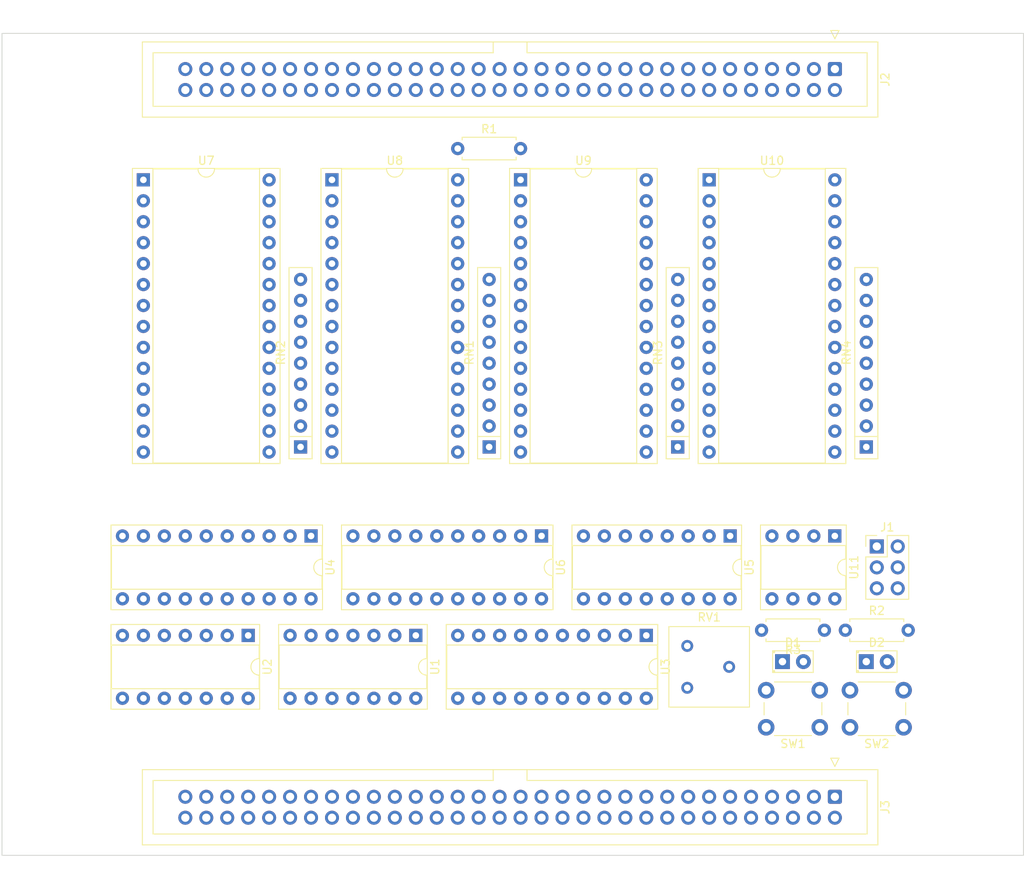
<source format=kicad_pcb>
(kicad_pcb (version 20221018) (generator pcbnew)
  (layers (0 "F.Cu" signal) (1 "In1.Cu" signal) (2 "In2.Cu" signal) (31 "B.Cu" signal) (34 "B.Paste" user) (35 "F.Paste" user) (36 "B.SilkS" user "B.Silkscreen") (37 "F.SilkS" user "F.Silkscreen") (38 "B.Mask" user) (39 "F.Mask" user) (44 "Edge.Cuts" user))
  (net 0 "")
  (net 1 "Net-(D1-K)")
  (net 2 "Net-(D1-A)")
  (net 3 "Net-(D2-K)")
  (net 4 "/CLK")
  (net 5 "+5V")
  (net 6 "Net-(J1-Pin_3)")
  (net 7 "Net-(J1-Pin_4)")
  (net 8 "Net-(J1-Pin_5)")
  (net 9 "GND")
  (net 10 "/D6")
  (net 11 "/D7")
  (net 12 "/D4")
  (net 13 "/D5")
  (net 14 "/D2")
  (net 15 "/D3")
  (net 16 "/D0")
  (net 17 "/D1")
  (net 18 "/EQUAL_FLAG")
  (net 19 "/CARRY_FLAG")
  (net 20 "/INTERRUPT_FLAG")
  (net 24 "/A_LOAD")
  (net 25 "/T_LOAD")
  (net 26 "/ALU_S2")
  (net 27 "/ALU_S3")
  (net 28 "/ALU_S0")
  (net 29 "/ALU_S1")
  (net 30 "/D_LOAD")
  (net 31 "/~{ALU_CIN}")
  (net 32 "/~{ADR_L_OUT}")
  (net 33 "/ALU_M")
  (net 34 "/~{RESET}")
  (net 35 "/~{RAM_OUT}")
  (net 36 "/~{RAM_LOAD}")
  (net 39 "/CONTROL_DISABLE")
  (net 40 "/E_LOAD")
  (net 41 "/C_LOAD")
  (net 42 "/SP_L_LOAD")
  (net 43 "/PC_L_LOAD")
  (net 44 "/~{DE_OUT}")
  (net 45 "/B_LOAD")
  (net 46 "/~{BC_OUT}")
  (net 47 "/SP_H_LOAD")
  (net 48 "/~{ADR_H_OUT}")
  (net 49 "/~{A_OUT}")
  (net 50 "/~{T_OUT}")
  (net 51 "/~{ALU_OUT}")
  (net 52 "/~{PC_OUT}")
  (net 53 "/PC_H_LOAD")
  (net 54 "/~{SP_OUT}")
  (net 55 "/A14")
  (net 56 "/A13")
  (net 57 "/A12")
  (net 58 "/A15")
  (net 59 "/A4")
  (net 60 "/A5")
  (net 61 "/A6")
  (net 62 "/A7")
  (net 63 "/A0")
  (net 64 "/A8")
  (net 65 "/A1")
  (net 66 "/A9")
  (net 67 "/A2")
  (net 68 "/A10")
  (net 69 "/A3")
  (net 70 "/A11")
  (net 78 "/COUNTER_RESET")
  (net 79 "/INTERRUPT_UPDATE")
  (net 80 "/FLAGS_A_UPDATE")
  (net 81 "/FLAGS_B_UPDATE")
  (net 82 "Net-(U11-XTAL1{slash}PB3)")
  (net 85 "Net-(U1A-Q)")
  (net 88 "Net-(U1B-Q)")
  (net 93 "Net-(U2A-Q)")
  (net 96 "Net-(U2B-Q)")
  (net 98 "Net-(U3-Q0)")
  (net 99 "Net-(U3-Q1)")
  (net 100 "Net-(U3-Q2)")
  (net 101 "Net-(U3-Q3)")
  (net 102 "/IR_LOAD")
  (net 103 "Net-(U3-Q4)")
  (net 104 "Net-(U3-Q5)")
  (net 105 "Net-(U3-Q6)")
  (net 106 "Net-(U3-Q7)")
  (net 107 "/MA12")
  (net 108 "/MA13")
  (net 109 "/MA14")
  (net 110 "/MA15")
  (net 115 "/MA1")
  (net 116 "/MA0")
  (net 117 "/MA2")
  (net 118 "/MA3")
  (net 121 "/MA4")
  (net 122 "/MA5")
  (net 123 "/MA6")
  (net 124 "/MA7")
  (net 125 "/MA8")
  (net 126 "/MA9")
  (net 127 "/MA10")
  (net 128 "/MA11")
  (footprint "Package_DIP:DIP-20_W7.62mm_Socket" (layer "F.Cu") (at 128.27 92.075 -90)
    (fp_text reference "U3" (at 3.81 -2.33 90) (layer "F.SilkS"))
    (fp_text value "74LS273")
    (pad "1" thru_hole rect (at 0 0 270) (size 1.6 1.6) (drill 0.8) (layers "*.Cu" "*.Mask") (net 34 "/~{RESET}"))
    (pad "2" thru_hole oval (at 0 2.54 270) (size 1.6 1.6) (drill 0.8) (layers "*.Cu" "*.Mask") (net 98 "Net-(U3-Q0)"))
    (pad "3" thru_hole oval (at 0 5.08 270) (size 1.6 1.6) (drill 0.8) (layers "*.Cu" "*.Mask") (net 16 "/D0"))
    (pad "4" thru_hole oval (at 0 7.62 270) (size 1.6 1.6) (drill 0.8) (layers "*.Cu" "*.Mask") (net 17 "/D1"))
    (pad "5" thru_hole oval (at 0 10.16 270) (size 1.6 1.6) (drill 0.8) (layers "*.Cu" "*.Mask") (net 99 "Net-(U3-Q1)"))
    (pad "6" thru_hole oval (at 0 12.7 270) (size 1.6 1.6) (drill 0.8) (layers "*.Cu" "*.Mask") (net 100 "Net-(U3-Q2)"))
    (pad "7" thru_hole oval (at 0 15.24 270) (size 1.6 1.6) (drill 0.8) (layers "*.Cu" "*.Mask") (net 14 "/D2"))
    (pad "8" thru_hole oval (at 0 17.78 270) (size 1.6 1.6) (drill 0.8) (layers "*.Cu" "*.Mask") (net 15 "/D3"))
    (pad "9" thru_hole oval (at 0 20.32 270) (size 1.6 1.6) (drill 0.8) (layers "*.Cu" "*.Mask") (net 101 "Net-(U3-Q3)"))
    (pad "10" thru_hole oval (at 0 22.86 270) (size 1.6 1.6) (drill 0.8) (layers "*.Cu" "*.Mask") (net 9 "GND"))
    (pad "11" thru_hole oval (at 7.62 22.86 270) (size 1.6 1.6) (drill 0.8) (layers "*.Cu" "*.Mask") (net 102 "/IR_LOAD"))
    (pad "12" thru_hole oval (at 7.62 20.32 270) (size 1.6 1.6) (drill 0.8) (layers "*.Cu" "*.Mask") (net 103 "Net-(U3-Q4)"))
    (pad "13" thru_hole oval (at 7.62 17.78 270) (size 1.6 1.6) (drill 0.8) (layers "*.Cu" "*.Mask") (net 12 "/D4"))
    (pad "14" thru_hole oval (at 7.62 15.24 270) (size 1.6 1.6) (drill 0.8) (layers "*.Cu" "*.Mask") (net 13 "/D5"))
    (pad "15" thru_hole oval (at 7.62 12.7 270) (size 1.6 1.6) (drill 0.8) (layers "*.Cu" "*.Mask") (net 104 "Net-(U3-Q5)"))
    (pad "16" thru_hole oval (at 7.62 10.16 270) (size 1.6 1.6) (drill 0.8) (layers "*.Cu" "*.Mask") (net 105 "Net-(U3-Q6)"))
    (pad "17" thru_hole oval (at 7.62 7.62 270) (size 1.6 1.6) (drill 0.8) (layers "*.Cu" "*.Mask") (net 10 "/D6"))
    (pad "18" thru_hole oval (at 7.62 5.08 270) (size 1.6 1.6) (drill 0.8) (layers "*.Cu" "*.Mask") (net 11 "/D7"))
    (pad "19" thru_hole oval (at 7.62 2.54 270) (size 1.6 1.6) (drill 0.8) (layers "*.Cu" "*.Mask") (net 106 "Net-(U3-Q7)"))
    (pad "20" thru_hole oval (at 7.62 0 270) (size 1.6 1.6) (drill 0.8) (layers "*.Cu" "*.Mask") (net 5 "+5V"))
  )
  (footprint "Package_DIP:DIP-28_W15.24mm_Socket" (layer "F.Cu") (at 135.885 36.815)
    (fp_text reference "U10" (at 7.62 -2.33) (layer "F.SilkS"))
    (fp_text value "27C512")
    (pad "1" thru_hole rect (at 0 0) (size 1.6 1.6) (drill 0.8) (layers "*.Cu" "*.Mask") (net 110 "/MA15"))
    (pad "2" thru_hole oval (at 0 2.54) (size 1.6 1.6) (drill 0.8) (layers "*.Cu" "*.Mask") (net 107 "/MA12"))
    (pad "3" thru_hole oval (at 0 5.08) (size 1.6 1.6) (drill 0.8) (layers "*.Cu" "*.Mask") (net 124 "/MA7"))
    (pad "4" thru_hole oval (at 0 7.62) (size 1.6 1.6) (drill 0.8) (layers "*.Cu" "*.Mask") (net 123 "/MA6"))
    (pad "5" thru_hole oval (at 0 10.16) (size 1.6 1.6) (drill 0.8) (layers "*.Cu" "*.Mask") (net 122 "/MA5"))
    (pad "6" thru_hole oval (at 0 12.7) (size 1.6 1.6) (drill 0.8) (layers "*.Cu" "*.Mask") (net 121 "/MA4"))
    (pad "7" thru_hole oval (at 0 15.24) (size 1.6 1.6) (drill 0.8) (layers "*.Cu" "*.Mask") (net 118 "/MA3"))
    (pad "8" thru_hole oval (at 0 17.78) (size 1.6 1.6) (drill 0.8) (layers "*.Cu" "*.Mask") (net 117 "/MA2"))
    (pad "9" thru_hole oval (at 0 20.32) (size 1.6 1.6) (drill 0.8) (layers "*.Cu" "*.Mask") (net 115 "/MA1"))
    (pad "10" thru_hole oval (at 0 22.86) (size 1.6 1.6) (drill 0.8) (layers "*.Cu" "*.Mask") (net 116 "/MA0"))
    (pad "11" thru_hole oval (at 0 25.4) (size 1.6 1.6) (drill 0.8) (layers "*.Cu" "*.Mask") (net 32 "/~{ADR_L_OUT}"))
    (pad "12" thru_hole oval (at 0 27.94) (size 1.6 1.6) (drill 0.8) (layers "*.Cu" "*.Mask") (net 48 "/~{ADR_H_OUT}"))
    (pad "13" thru_hole oval (at 0 30.48) (size 1.6 1.6) (drill 0.8) (layers "*.Cu" "*.Mask") (net 33 "/ALU_M"))
    (pad "14" thru_hole oval (at 0 33.02) (size 1.6 1.6) (drill 0.8) (layers "*.Cu" "*.Mask") (net 9 "GND"))
    (pad "15" thru_hole oval (at 15.24 33.02) (size 1.6 1.6) (drill 0.8) (layers "*.Cu" "*.Mask") (net 28 "/ALU_S0"))
    (pad "16" thru_hole oval (at 15.24 30.48) (size 1.6 1.6) (drill 0.8) (layers "*.Cu" "*.Mask") (net 29 "/ALU_S1"))
    (pad "17" thru_hole oval (at 15.24 27.94) (size 1.6 1.6) (drill 0.8) (layers "*.Cu" "*.Mask") (net 26 "/ALU_S2"))
    (pad "18" thru_hole oval (at 15.24 25.4) (size 1.6 1.6) (drill 0.8) (layers "*.Cu" "*.Mask") (net 27 "/ALU_S3"))
    (pad "19" thru_hole oval (at 15.24 22.86) (size 1.6 1.6) (drill 0.8) (layers "*.Cu" "*.Mask") (net 31 "/~{ALU_CIN}"))
    (pad "20" thru_hole oval (at 15.24 20.32) (size 1.6 1.6) (drill 0.8) (layers "*.Cu" "*.Mask") (net 39 "/CONTROL_DISABLE"))
    (pad "21" thru_hole oval (at 15.24 17.78) (size 1.6 1.6) (drill 0.8) (layers "*.Cu" "*.Mask") (net 127 "/MA10"))
    (pad "22" thru_hole oval (at 15.24 15.24) (size 1.6 1.6) (drill 0.8) (layers "*.Cu" "*.Mask") (net 9 "GND"))
    (pad "23" thru_hole oval (at 15.24 12.7) (size 1.6 1.6) (drill 0.8) (layers "*.Cu" "*.Mask") (net 128 "/MA11"))
    (pad "24" thru_hole oval (at 15.24 10.16) (size 1.6 1.6) (drill 0.8) (layers "*.Cu" "*.Mask") (net 126 "/MA9"))
    (pad "25" thru_hole oval (at 15.24 7.62) (size 1.6 1.6) (drill 0.8) (layers "*.Cu" "*.Mask") (net 125 "/MA8"))
    (pad "26" thru_hole oval (at 15.24 5.08) (size 1.6 1.6) (drill 0.8) (layers "*.Cu" "*.Mask") (net 108 "/MA13"))
    (pad "27" thru_hole oval (at 15.24 2.54) (size 1.6 1.6) (drill 0.8) (layers "*.Cu" "*.Mask") (net 109 "/MA14"))
    (pad "28" thru_hole oval (at 15.24 0) (size 1.6 1.6) (drill 0.8) (layers "*.Cu" "*.Mask") (net 5 "+5V"))
  )
  (footprint "Package_DIP:DIP-20_W7.62mm_Socket" (layer "F.Cu") (at 115.57 80.01 -90)
    (fp_text reference "U6" (at 3.81 -2.33 90) (layer "F.SilkS"))
    (fp_text value "74LS373")
    (pad "1" thru_hole rect (at 0 0 270) (size 1.6 1.6) (drill 0.8) (layers "*.Cu" "*.Mask") (net 9 "GND"))
    (pad "2" thru_hole oval (at 0 2.54 270) (size 1.6 1.6) (drill 0.8) (layers "*.Cu" "*.Mask") (net 121 "/MA4"))
    (pad "3" thru_hole oval (at 0 5.08 270) (size 1.6 1.6) (drill 0.8) (layers "*.Cu" "*.Mask") (net 98 "Net-(U3-Q0)"))
    (pad "4" thru_hole oval (at 0 7.62 270) (size 1.6 1.6) (drill 0.8) (layers "*.Cu" "*.Mask") (net 99 "Net-(U3-Q1)"))
    (pad "5" thru_hole oval (at 0 10.16 270) (size 1.6 1.6) (drill 0.8) (layers "*.Cu" "*.Mask") (net 122 "/MA5"))
    (pad "6" thru_hole oval (at 0 12.7 270) (size 1.6 1.6) (drill 0.8) (layers "*.Cu" "*.Mask") (net 123 "/MA6"))
    (pad "7" thru_hole oval (at 0 15.24 270) (size 1.6 1.6) (drill 0.8) (layers "*.Cu" "*.Mask") (net 100 "Net-(U3-Q2)"))
    (pad "8" thru_hole oval (at 0 17.78 270) (size 1.6 1.6) (drill 0.8) (layers "*.Cu" "*.Mask") (net 101 "Net-(U3-Q3)"))
    (pad "9" thru_hole oval (at 0 20.32 270) (size 1.6 1.6) (drill 0.8) (layers "*.Cu" "*.Mask") (net 124 "/MA7"))
    (pad "10" thru_hole oval (at 0 22.86 270) (size 1.6 1.6) (drill 0.8) (layers "*.Cu" "*.Mask") (net 9 "GND"))
    (pad "11" thru_hole oval (at 7.62 22.86 270) (size 1.6 1.6) (drill 0.8) (layers "*.Cu" "*.Mask") (net 4 "/CLK"))
    (pad "12" thru_hole oval (at 7.62 20.32 270) (size 1.6 1.6) (drill 0.8) (layers "*.Cu" "*.Mask") (net 125 "/MA8"))
    (pad "13" thru_hole oval (at 7.62 17.78 270) (size 1.6 1.6) (drill 0.8) (layers "*.Cu" "*.Mask") (net 103 "Net-(U3-Q4)"))
    (pad "14" thru_hole oval (at 7.62 15.24 270) (size 1.6 1.6) (drill 0.8) (layers "*.Cu" "*.Mask") (net 104 "Net-(U3-Q5)"))
    (pad "15" thru_hole oval (at 7.62 12.7 270) (size 1.6 1.6) (drill 0.8) (layers "*.Cu" "*.Mask") (net 126 "/MA9"))
    (pad "16" thru_hole oval (at 7.62 10.16 270) (size 1.6 1.6) (drill 0.8) (layers "*.Cu" "*.Mask") (net 127 "/MA10"))
    (pad "17" thru_hole oval (at 7.62 7.62 270) (size 1.6 1.6) (drill 0.8) (layers "*.Cu" "*.Mask") (net 105 "Net-(U3-Q6)"))
    (pad "18" thru_hole oval (at 7.62 5.08 270) (size 1.6 1.6) (drill 0.8) (layers "*.Cu" "*.Mask") (net 106 "Net-(U3-Q7)"))
    (pad "19" thru_hole oval (at 7.62 2.54 270) (size 1.6 1.6) (drill 0.8) (layers "*.Cu" "*.Mask") (net 128 "/MA11"))
    (pad "20" thru_hole oval (at 7.62 0 270) (size 1.6 1.6) (drill 0.8) (layers "*.Cu" "*.Mask") (net 5 "+5V"))
  )
  (footprint "Button_Switch_THT:SW_PUSH_6mm" (layer "F.Cu") (at 159.46 103.215 180)
    (fp_text reference "SW2" (at 3.25 -2) (layer "F.SilkS"))
    (fp_text value "SW_Push")
    (pad "1" thru_hole circle (at 0 0 270) (size 2 2) (drill 1.1) (layers "*.Cu" "*.Mask") (net 7 "Net-(J1-Pin_4)"))
    (pad "1" thru_hole circle (at 6.5 0 270) (size 2 2) (drill 1.1) (layers "*.Cu" "*.Mask") (net 7 "Net-(J1-Pin_4)"))
    (pad "2" thru_hole circle (at 0 4.5 270) (size 2 2) (drill 1.1) (layers "*.Cu" "*.Mask") (net 9 "GND"))
    (pad "2" thru_hole circle (at 6.5 4.5 270) (size 2 2) (drill 1.1) (layers "*.Cu" "*.Mask") (net 9 "GND"))
  )
  (footprint "Resistor_THT:R_Array_SIP9" (layer "F.Cu") (at 132.08 69.215 90)
    (fp_text reference "RN3" (at 11.43 -2.4 90) (layer "F.SilkS"))
    (fp_text value "R_Network08")
    (pad "1" thru_hole rect (at 0 0 90) (size 1.6 1.6) (drill 0.8) (layers "*.Cu" "*.Mask") (net 5 "+5V"))
    (pad "2" thru_hole oval (at 2.54 0 90) (size 1.6 1.6) (drill 0.8) (layers "*.Cu" "*.Mask") (net 35 "/~{RAM_OUT}"))
    (pad "3" thru_hole oval (at 5.08 0 90) (size 1.6 1.6) (drill 0.8) (layers "*.Cu" "*.Mask") (net 51 "/~{ALU_OUT}"))
    (pad "4" thru_hole oval (at 7.62 0 90) (size 1.6 1.6) (drill 0.8) (layers "*.Cu" "*.Mask") (net 50 "/~{T_OUT}"))
    (pad "5" thru_hole oval (at 10.16 0 90) (size 1.6 1.6) (drill 0.8) (layers "*.Cu" "*.Mask") (net 49 "/~{A_OUT}"))
    (pad "6" thru_hole oval (at 12.7 0 90) (size 1.6 1.6) (drill 0.8) (layers "*.Cu" "*.Mask") (net 44 "/~{DE_OUT}"))
    (pad "7" thru_hole oval (at 15.24 0 90) (size 1.6 1.6) (drill 0.8) (layers "*.Cu" "*.Mask") (net 46 "/~{BC_OUT}"))
    (pad "8" thru_hole oval (at 17.78 0 90) (size 1.6 1.6) (drill 0.8) (layers "*.Cu" "*.Mask") (net 54 "/~{SP_OUT}"))
    (pad "9" thru_hole oval (at 20.32 0 90) (size 1.6 1.6) (drill 0.8) (layers "*.Cu" "*.Mask") (net 52 "/~{PC_OUT}"))
  )
  (footprint "Button_Switch_THT:SW_PUSH_6mm" (layer "F.Cu") (at 149.3 103.215 180)
    (fp_text reference "SW1" (at 3.25 -2) (layer "F.SilkS"))
    (fp_text value "SW_Push")
    (pad "1" thru_hole circle (at 0 0 270) (size 2 2) (drill 1.1) (layers "*.Cu" "*.Mask") (net 6 "Net-(J1-Pin_3)"))
    (pad "1" thru_hole circle (at 6.5 0 270) (size 2 2) (drill 1.1) (layers "*.Cu" "*.Mask") (net 6 "Net-(J1-Pin_3)"))
    (pad "2" thru_hole circle (at 0 4.5 270) (size 2 2) (drill 1.1) (layers "*.Cu" "*.Mask") (net 9 "GND"))
    (pad "2" thru_hole circle (at 6.5 4.5 270) (size 2 2) (drill 1.1) (layers "*.Cu" "*.Mask") (net 9 "GND"))
  )
  (footprint "Resistor_THT:R_Array_SIP9" (layer "F.Cu") (at 109.22 69.215 90)
    (fp_text reference "RN1" (at 11.43 -2.4 90) (layer "F.SilkS"))
    (fp_text value "R_Network08")
    (pad "1" thru_hole rect (at 0 0 90) (size 1.6 1.6) (drill 0.8) (layers "*.Cu" "*.Mask") (net 9 "GND"))
    (pad "2" thru_hole oval (at 2.54 0 90) (size 1.6 1.6) (drill 0.8) (layers "*.Cu" "*.Mask") (net 24 "/A_LOAD"))
    (pad "3" thru_hole oval (at 5.08 0 90) (size 1.6 1.6) (drill 0.8) (layers "*.Cu" "*.Mask") (net 25 "/T_LOAD"))
    (pad "4" thru_hole oval (at 7.62 0 90) (size 1.6 1.6) (drill 0.8) (layers "*.Cu" "*.Mask"))
    (pad "5" thru_hole oval (at 10.16 0 90) (size 1.6 1.6) (drill 0.8) (layers "*.Cu" "*.Mask"))
    (pad "6" thru_hole oval (at 12.7 0 90) (size 1.6 1.6) (drill 0.8) (layers "*.Cu" "*.Mask") (net 78 "/COUNTER_RESET"))
    (pad "7" thru_hole oval (at 15.24 0 90) (size 1.6 1.6) (drill 0.8) (layers "*.Cu" "*.Mask") (net 79 "/INTERRUPT_UPDATE"))
    (pad "8" thru_hole oval (at 17.78 0 90) (size 1.6 1.6) (drill 0.8) (layers "*.Cu" "*.Mask") (net 80 "/FLAGS_A_UPDATE"))
    (pad "9" thru_hole oval (at 20.32 0 90) (size 1.6 1.6) (drill 0.8) (layers "*.Cu" "*.Mask") (net 81 "/FLAGS_B_UPDATE"))
  )
  (footprint "Resistor_THT:R_Array_SIP9" (layer "F.Cu") (at 86.36 69.215 90)
    (fp_text reference "RN2" (at 11.43 -2.4 90) (layer "F.SilkS"))
    (fp_text value "R_Network08")
    (pad "1" thru_hole rect (at 0 0 90) (size 1.6 1.6) (drill 0.8) (layers "*.Cu" "*.Mask") (net 9 "GND"))
    (pad "2" thru_hole oval (at 2.54 0 90) (size 1.6 1.6) (drill 0.8) (layers "*.Cu" "*.Mask") (net 53 "/PC_H_LOAD"))
    (pad "3" thru_hole oval (at 5.08 0 90) (size 1.6 1.6) (drill 0.8) (layers "*.Cu" "*.Mask") (net 43 "/PC_L_LOAD"))
    (pad "4" thru_hole oval (at 7.62 0 90) (size 1.6 1.6) (drill 0.8) (layers "*.Cu" "*.Mask") (net 47 "/SP_H_LOAD"))
    (pad "5" thru_hole oval (at 10.16 0 90) (size 1.6 1.6) (drill 0.8) (layers "*.Cu" "*.Mask") (net 42 "/SP_L_LOAD"))
    (pad "6" thru_hole oval (at 12.7 0 90) (size 1.6 1.6) (drill 0.8) (layers "*.Cu" "*.Mask") (net 45 "/B_LOAD"))
    (pad "7" thru_hole oval (at 15.24 0 90) (size 1.6 1.6) (drill 0.8) (layers "*.Cu" "*.Mask") (net 41 "/C_LOAD"))
    (pad "8" thru_hole oval (at 17.78 0 90) (size 1.6 1.6) (drill 0.8) (layers "*.Cu" "*.Mask") (net 30 "/D_LOAD"))
    (pad "9" thru_hole oval (at 20.32 0 90) (size 1.6 1.6) (drill 0.8) (layers "*.Cu" "*.Mask") (net 40 "/E_LOAD"))
  )
  (footprint "Package_DIP:DIP-28_W15.24mm_Socket" (layer "F.Cu") (at 90.165 36.815)
    (fp_text reference "U8" (at 7.62 -2.33) (layer "F.SilkS"))
    (fp_text value "27C512")
    (pad "1" thru_hole rect (at 0 0) (size 1.6 1.6) (drill 0.8) (layers "*.Cu" "*.Mask") (net 110 "/MA15"))
    (pad "2" thru_hole oval (at 0 2.54) (size 1.6 1.6) (drill 0.8) (layers "*.Cu" "*.Mask") (net 107 "/MA12"))
    (pad "3" thru_hole oval (at 0 5.08) (size 1.6 1.6) (drill 0.8) (layers "*.Cu" "*.Mask") (net 124 "/MA7"))
    (pad "4" thru_hole oval (at 0 7.62) (size 1.6 1.6) (drill 0.8) (layers "*.Cu" "*.Mask") (net 123 "/MA6"))
    (pad "5" thru_hole oval (at 0 10.16) (size 1.6 1.6) (drill 0.8) (layers "*.Cu" "*.Mask") (net 122 "/MA5"))
    (pad "6" thru_hole oval (at 0 12.7) (size 1.6 1.6) (drill 0.8) (layers "*.Cu" "*.Mask") (net 121 "/MA4"))
    (pad "7" thru_hole oval (at 0 15.24) (size 1.6 1.6) (drill 0.8) (layers "*.Cu" "*.Mask") (net 118 "/MA3"))
    (pad "8" thru_hole oval (at 0 17.78) (size 1.6 1.6) (drill 0.8) (layers "*.Cu" "*.Mask") (net 117 "/MA2"))
    (pad "9" thru_hole oval (at 0 20.32) (size 1.6 1.6) (drill 0.8) (layers "*.Cu" "*.Mask") (net 115 "/MA1"))
    (pad "10" thru_hole oval (at 0 22.86) (size 1.6 1.6) (drill 0.8) (layers "*.Cu" "*.Mask") (net 116 "/MA0"))
    (pad "11" thru_hole oval (at 0 25.4) (size 1.6 1.6) (drill 0.8) (layers "*.Cu" "*.Mask") (net 24 "/A_LOAD"))
    (pad "12" thru_hole oval (at 0 27.94) (size 1.6 1.6) (drill 0.8) (layers "*.Cu" "*.Mask") (net 25 "/T_LOAD"))
    (pad "13" thru_hole oval (at 0 30.48) (size 1.6 1.6) (drill 0.8) (layers "*.Cu" "*.Mask") (net 36 "/~{RAM_LOAD}"))
    (pad "14" thru_hole oval (at 0 33.02) (size 1.6 1.6) (drill 0.8) (layers "*.Cu" "*.Mask") (net 9 "GND"))
    (pad "15" thru_hole oval (at 15.24 33.02) (size 1.6 1.6) (drill 0.8) (layers "*.Cu" "*.Mask"))
    (pad "16" thru_hole oval (at 15.24 30.48) (size 1.6 1.6) (drill 0.8) (layers "*.Cu" "*.Mask") (net 78 "/COUNTER_RESET"))
    (pad "17" thru_hole oval (at 15.24 27.94) (size 1.6 1.6) (drill 0.8) (layers "*.Cu" "*.Mask") (net 79 "/INTERRUPT_UPDATE"))
    (pad "18" thru_hole oval (at 15.24 25.4) (size 1.6 1.6) (drill 0.8) (layers "*.Cu" "*.Mask") (net 80 "/FLAGS_A_UPDATE"))
    (pad "19" thru_hole oval (at 15.24 22.86) (size 1.6 1.6) (drill 0.8) (layers "*.Cu" "*.Mask") (net 81 "/FLAGS_B_UPDATE"))
    (pad "20" thru_hole oval (at 15.24 20.32) (size 1.6 1.6) (drill 0.8) (layers "*.Cu" "*.Mask") (net 39 "/CONTROL_DISABLE"))
    (pad "21" thru_hole oval (at 15.24 17.78) (size 1.6 1.6) (drill 0.8) (layers "*.Cu" "*.Mask") (net 127 "/MA10"))
    (pad "22" thru_hole oval (at 15.24 15.24) (size 1.6 1.6) (drill 0.8) (layers "*.Cu" "*.Mask") (net 4 "/CLK"))
    (pad "23" thru_hole oval (at 15.24 12.7) (size 1.6 1.6) (drill 0.8) (layers "*.Cu" "*.Mask") (net 128 "/MA11"))
    (pad "24" thru_hole oval (at 15.24 10.16) (size 1.6 1.6) (drill 0.8) (layers "*.Cu" "*.Mask") (net 126 "/MA9"))
    (pad "25" thru_hole oval (at 15.24 7.62) (size 1.6 1.6) (drill 0.8) (layers "*.Cu" "*.Mask") (net 125 "/MA8"))
    (pad "26" thru_hole oval (at 15.24 5.08) (size 1.6 1.6) (drill 0.8) (layers "*.Cu" "*.Mask") (net 108 "/MA13"))
    (pad "27" thru_hole oval (at 15.24 2.54) (size 1.6 1.6) (drill 0.8) (layers "*.Cu" "*.Mask") (net 109 "/MA14"))
    (pad "28" thru_hole oval (at 15.24 0) (size 1.6 1.6) (drill 0.8) (layers "*.Cu" "*.Mask") (net 5 "+5V"))
  )
  (footprint "LED_THT:LED_D2.0mm_W4.8mm_H2.5mm_FlatTop" (layer "F.Cu") (at 144.775 95.25)
    (fp_text reference "D1" (at 1.27 -2.31) (layer "F.SilkS"))
    (fp_text value "LED")
    (pad "1" thru_hole rect (at 0 0) (size 1.8 1.8) (drill 0.9) (layers "*.Cu" "*.Mask") (net 1 "Net-(D1-K)"))
    (pad "2" thru_hole circle (at 2.54 0) (size 1.8 1.8) (drill 0.9) (layers "*.Cu" "*.Mask") (net 2 "Net-(D1-A)"))
  )
  (footprint "Package_DIP:DIP-28_W15.24mm_Socket" (layer "F.Cu") (at 113.025 36.815)
    (fp_text reference "U9" (at 7.62 -2.33) (layer "F.SilkS"))
    (fp_text value "27C512")
    (pad "1" thru_hole rect (at 0 0) (size 1.6 1.6) (drill 0.8) (layers "*.Cu" "*.Mask") (net 110 "/MA15"))
    (pad "2" thru_hole oval (at 0 2.54) (size 1.6 1.6) (drill 0.8) (layers "*.Cu" "*.Mask") (net 107 "/MA12"))
    (pad "3" thru_hole oval (at 0 5.08) (size 1.6 1.6) (drill 0.8) (layers "*.Cu" "*.Mask") (net 124 "/MA7"))
    (pad "4" thru_hole oval (at 0 7.62) (size 1.6 1.6) (drill 0.8) (layers "*.Cu" "*.Mask") (net 123 "/MA6"))
    (pad "5" thru_hole oval (at 0 10.16) (size 1.6 1.6) (drill 0.8) (layers "*.Cu" "*.Mask") (net 122 "/MA5"))
    (pad "6" thru_hole oval (at 0 12.7) (size 1.6 1.6) (drill 0.8) (layers "*.Cu" "*.Mask") (net 121 "/MA4"))
    (pad "7" thru_hole oval (at 0 15.24) (size 1.6 1.6) (drill 0.8) (layers "*.Cu" "*.Mask") (net 118 "/MA3"))
    (pad "8" thru_hole oval (at 0 17.78) (size 1.6 1.6) (drill 0.8) (layers "*.Cu" "*.Mask") (net 117 "/MA2"))
    (pad "9" thru_hole oval (at 0 20.32) (size 1.6 1.6) (drill 0.8) (layers "*.Cu" "*.Mask") (net 115 "/MA1"))
    (pad "10" thru_hole oval (at 0 22.86) (size 1.6 1.6) (drill 0.8) (layers "*.Cu" "*.Mask") (net 116 "/MA0"))
    (pad "11" thru_hole oval (at 0 25.4) (size 1.6 1.6) (drill 0.8) (layers "*.Cu" "*.Mask") (net 52 "/~{PC_OUT}"))
    (pad "12" thru_hole oval (at 0 27.94) (size 1.6 1.6) (drill 0.8) (layers "*.Cu" "*.Mask") (net 54 "/~{SP_OUT}"))
    (pad "13" thru_hole oval (at 0 30.48) (size 1.6 1.6) (drill 0.8) (layers "*.Cu" "*.Mask") (net 46 "/~{BC_OUT}"))
    (pad "14" thru_hole oval (at 0 33.02) (size 1.6 1.6) (drill 0.8) (layers "*.Cu" "*.Mask") (net 9 "GND"))
    (pad "15" thru_hole oval (at 15.24 33.02) (size 1.6 1.6) (drill 0.8) (layers "*.Cu" "*.Mask") (net 44 "/~{DE_OUT}"))
    (pad "16" thru_hole oval (at 15.24 30.48) (size 1.6 1.6) (drill 0.8) (layers "*.Cu" "*.Mask") (net 49 "/~{A_OUT}"))
    (pad "17" thru_hole oval (at 15.24 27.94) (size 1.6 1.6) (drill 0.8) (layers "*.Cu" "*.Mask") (net 50 "/~{T_OUT}"))
    (pad "18" thru_hole oval (at 15.24 25.4) (size 1.6 1.6) (drill 0.8) (layers "*.Cu" "*.Mask") (net 51 "/~{ALU_OUT}"))
    (pad "19" thru_hole oval (at 15.24 22.86) (size 1.6 1.6) (drill 0.8) (layers "*.Cu" "*.Mask") (net 35 "/~{RAM_OUT}"))
    (pad "20" thru_hole oval (at 15.24 20.32) (size 1.6 1.6) (drill 0.8) (layers "*.Cu" "*.Mask") (net 39 "/CONTROL_DISABLE"))
    (pad "21" thru_hole oval (at 15.24 17.78) (size 1.6 1.6) (drill 0.8) (layers "*.Cu" "*.Mask") (net 127 "/MA10"))
    (pad "22" thru_hole oval (at 15.24 15.24) (size 1.6 1.6) (drill 0.8) (layers "*.Cu" "*.Mask") (net 9 "GND"))
    (pad "23" thru_hole oval (at 15.24 12.7) (size 1.6 1.6) (drill 0.8) (layers "*.Cu" "*.Mask") (net 128 "/MA11"))
    (pad "24" thru_hole oval (at 15.24 10.16) (size 1.6 1.6) (drill 0.8) (layers "*.Cu" "*.Mask") (net 126 "/MA9"))
    (pad "25" thru_hole oval (at 15.24 7.62) (size 1.6 1.6) (drill 0.8) (layers "*.Cu" "*.Mask") (net 125 "/MA8"))
    (pad "26" thru_hole oval (at 15.24 5.08) (size 1.6 1.6) (drill 0.8) (layers "*.Cu" "*.Mask") (net 108 "/MA13"))
    (pad "27" thru_hole oval (at 15.24 2.54) (size 1.6 1.6) (drill 0.8) (layers "*.Cu" "*.Mask") (net 109 "/MA14"))
    (pad "28" thru_hole oval (at 15.24 0) (size 1.6 1.6) (drill 0.8) (layers "*.Cu" "*.Mask") (net 5 "+5V"))
  )
  (footprint "Package_DIP:DIP-28_W15.24mm_Socket" (layer "F.Cu") (at 67.305 36.815)
    (fp_text reference "U7" (at 7.62 -2.33) (layer "F.SilkS"))
    (fp_text value "27C512")
    (pad "1" thru_hole rect (at 0 0) (size 1.6 1.6) (drill 0.8) (layers "*.Cu" "*.Mask") (net 110 "/MA15"))
    (pad "2" thru_hole oval (at 0 2.54) (size 1.6 1.6) (drill 0.8) (layers "*.Cu" "*.Mask") (net 107 "/MA12"))
    (pad "3" thru_hole oval (at 0 5.08) (size 1.6 1.6) (drill 0.8) (layers "*.Cu" "*.Mask") (net 124 "/MA7"))
    (pad "4" thru_hole oval (at 0 7.62) (size 1.6 1.6) (drill 0.8) (layers "*.Cu" "*.Mask") (net 123 "/MA6"))
    (pad "5" thru_hole oval (at 0 10.16) (size 1.6 1.6) (drill 0.8) (layers "*.Cu" "*.Mask") (net 122 "/MA5"))
    (pad "6" thru_hole oval (at 0 12.7) (size 1.6 1.6) (drill 0.8) (layers "*.Cu" "*.Mask") (net 121 "/MA4"))
    (pad "7" thru_hole oval (at 0 15.24) (size 1.6 1.6) (drill 0.8) (layers "*.Cu" "*.Mask") (net 118 "/MA3"))
    (pad "8" thru_hole oval (at 0 17.78) (size 1.6 1.6) (drill 0.8) (layers "*.Cu" "*.Mask") (net 117 "/MA2"))
    (pad "9" thru_hole oval (at 0 20.32) (size 1.6 1.6) (drill 0.8) (layers "*.Cu" "*.Mask") (net 115 "/MA1"))
    (pad "10" thru_hole oval (at 0 22.86) (size 1.6 1.6) (drill 0.8) (layers "*.Cu" "*.Mask") (net 116 "/MA0"))
    (pad "11" thru_hole oval (at 0 25.4) (size 1.6 1.6) (drill 0.8) (layers "*.Cu" "*.Mask") (net 53 "/PC_H_LOAD"))
    (pad "12" thru_hole oval (at 0 27.94) (size 1.6 1.6) (drill 0.8) (layers "*.Cu" "*.Mask") (net 43 "/PC_L_LOAD"))
    (pad "13" thru_hole oval (at 0 30.48) (size 1.6 1.6) (drill 0.8) (layers "*.Cu" "*.Mask") (net 47 "/SP_H_LOAD"))
    (pad "14" thru_hole oval (at 0 33.02) (size 1.6 1.6) (drill 0.8) (layers "*.Cu" "*.Mask") (net 9 "GND"))
    (pad "15" thru_hole oval (at 15.24 33.02) (size 1.6 1.6) (drill 0.8) (layers "*.Cu" "*.Mask") (net 42 "/SP_L_LOAD"))
    (pad "16" thru_hole oval (at 15.24 30.48) (size 1.6 1.6) (drill 0.8) (layers "*.Cu" "*.Mask") (net 45 "/B_LOAD"))
    (pad "17" thru_hole oval (at 15.24 27.94) (size 1.6 1.6) (drill 0.8) (layers "*.Cu" "*.Mask") (net 41 "/C_LOAD"))
    (pad "18" thru_hole oval (at 15.24 25.4) (size 1.6 1.6) (drill 0.8) (layers "*.Cu" "*.Mask") (net 30 "/D_LOAD"))
    (pad "19" thru_hole oval (at 15.24 22.86) (size 1.6 1.6) (drill 0.8) (layers "*.Cu" "*.Mask") (net 40 "/E_LOAD"))
    (pad "20" thru_hole oval (at 15.24 20.32) (size 1.6 1.6) (drill 0.8) (layers "*.Cu" "*.Mask") (net 39 "/CONTROL_DISABLE"))
    (pad "21" thru_hole oval (at 15.24 17.78) (size 1.6 1.6) (drill 0.8) (layers "*.Cu" "*.Mask") (net 127 "/MA10"))
    (pad "22" thru_hole oval (at 15.24 15.24) (size 1.6 1.6) (drill 0.8) (layers "*.Cu" "*.Mask") (net 4 "/CLK"))
    (pad "23" thru_hole oval (at 15.24 12.7) (size 1.6 1.6) (drill 0.8) (layers "*.Cu" "*.Mask") (net 128 "/MA11"))
    (pad "24" thru_hole oval (at 15.24 10.16) (size 1.6 1.6) (drill 0.8) (layers "*.Cu" "*.Mask") (net 126 "/MA9"))
    (pad "25" thru_hole oval (at 15.24 7.62) (size 1.6 1.6) (drill 0.8) (layers "*.Cu" "*.Mask") (net 125 "/MA8"))
    (pad "26" thru_hole oval (at 15.24 5.08) (size 1.6 1.6) (drill 0.8) (layers "*.Cu" "*.Mask") (net 108 "/MA13"))
    (pad "27" thru_hole oval (at 15.24 2.54) (size 1.6 1.6) (drill 0.8) (layers "*.Cu" "*.Mask") (net 109 "/MA14"))
    (pad "28" thru_hole oval (at 15.24 0) (size 1.6 1.6) (drill 0.8) (layers "*.Cu" "*.Mask") (net 5 "+5V"))
  )
  (footprint "LED_THT:LED_D2.0mm_W4.8mm_H2.5mm_FlatTop" (layer "F.Cu") (at 154.935 95.25)
    (fp_text reference "D2" (at 1.27 -2.31) (layer "F.SilkS"))
    (fp_text value "LED")
    (pad "1" thru_hole rect (at 0 0) (size 1.8 1.8) (drill 0.9) (layers "*.Cu" "*.Mask") (net 3 "Net-(D2-K)"))
    (pad "2" thru_hole circle (at 2.54 0) (size 1.8 1.8) (drill 0.9) (layers "*.Cu" "*.Mask") (net 4 "/CLK"))
  )
  (footprint "Resistor_THT:R_Axial_DIN0207_L6.3mm_D2.5mm_P7.62mm_Horizontal" (layer "F.Cu") (at 152.4 91.44)
    (fp_text reference "R2" (at 3.81 -2.37) (layer "F.SilkS"))
    (fp_text value "330R")
    (pad "1" thru_hole circle (at 0 0) (size 1.6 1.6) (drill 0.8) (layers "*.Cu" "*.Mask") (net 1 "Net-(D1-K)"))
    (pad "2" thru_hole oval (at 7.62 0) (size 1.6 1.6) (drill 0.8) (layers "*.Cu" "*.Mask") (net 9 "GND"))
  )
  (footprint "Resistor_THT:R_Array_SIP9" (layer "F.Cu") (at 154.94 69.215 90)
    (fp_text reference "RN4" (at 11.43 -2.4 90) (layer "F.SilkS"))
    (fp_text value "R_Network08")
    (pad "1" thru_hole rect (at 0 0 90) (size 1.6 1.6) (drill 0.8) (layers "*.Cu" "*.Mask") (net 5 "+5V"))
    (pad "2" thru_hole oval (at 2.54 0 90) (size 1.6 1.6) (drill 0.8) (layers "*.Cu" "*.Mask") (net 31 "/~{ALU_CIN}"))
    (pad "3" thru_hole oval (at 5.08 0 90) (size 1.6 1.6) (drill 0.8) (layers "*.Cu" "*.Mask") (net 27 "/ALU_S3"))
    (pad "4" thru_hole oval (at 7.62 0 90) (size 1.6 1.6) (drill 0.8) (layers "*.Cu" "*.Mask") (net 26 "/ALU_S2"))
    (pad "5" thru_hole oval (at 10.16 0 90) (size 1.6 1.6) (drill 0.8) (layers "*.Cu" "*.Mask") (net 29 "/ALU_S1"))
    (pad "6" thru_hole oval (at 12.7 0 90) (size 1.6 1.6) (drill 0.8) (layers "*.Cu" "*.Mask") (net 28 "/ALU_S0"))
    (pad "7" thru_hole oval (at 15.24 0 90) (size 1.6 1.6) (drill 0.8) (layers "*.Cu" "*.Mask") (net 33 "/ALU_M"))
    (pad "8" thru_hole oval (at 17.78 0 90) (size 1.6 1.6) (drill 0.8) (layers "*.Cu" "*.Mask") (net 48 "/~{ADR_H_OUT}"))
    (pad "9" thru_hole oval (at 20.32 0 90) (size 1.6 1.6) (drill 0.8) (layers "*.Cu" "*.Mask") (net 32 "/~{ADR_L_OUT}"))
  )
  (footprint "Package_DIP:DIP-14_W7.62mm_Socket" (layer "F.Cu") (at 100.33 92.075 -90)
    (fp_text reference "U1" (at 3.81 -2.33 90) (layer "F.SilkS"))
    (fp_text value "74LS74")
    (pad "1" thru_hole rect (at 0 0 270) (size 1.6 1.6) (drill 0.8) (layers "*.Cu" "*.Mask"))
    (pad "2" thru_hole oval (at 0 2.54 270) (size 1.6 1.6) (drill 0.8) (layers "*.Cu" "*.Mask") (net 19 "/CARRY_FLAG"))
    (pad "3" thru_hole oval (at 0 5.08 270) (size 1.6 1.6) (drill 0.8) (layers "*.Cu" "*.Mask") (net 80 "/FLAGS_A_UPDATE"))
    (pad "4" thru_hole oval (at 0 7.62 270) (size 1.6 1.6) (drill 0.8) (layers "*.Cu" "*.Mask"))
    (pad "5" thru_hole oval (at 0 10.16 270) (size 1.6 1.6) (drill 0.8) (layers "*.Cu" "*.Mask") (net 85 "Net-(U1A-Q)"))
    (pad "6" thru_hole oval (at 0 12.7 270) (size 1.6 1.6) (drill 0.8) (layers "*.Cu" "*.Mask"))
    (pad "7" thru_hole oval (at 0 15.24 270) (size 1.6 1.6) (drill 0.8) (layers "*.Cu" "*.Mask") (net 9 "GND"))
    (pad "8" thru_hole oval (at 7.62 15.24 270) (size 1.6 1.6) (drill 0.8) (layers "*.Cu" "*.Mask"))
    (pad "9" thru_hole oval (at 7.62 12.7 270) (size 1.6 1.6) (drill 0.8) (layers "*.Cu" "*.Mask") (net 88 "Net-(U1B-Q)"))
    (pad "10" thru_hole oval (at 7.62 10.16 270) (size 1.6 1.6) (drill 0.8) (layers "*.Cu" "*.Mask"))
    (pad "11" thru_hole oval (at 7.62 7.62 270) (size 1.6 1.6) (drill 0.8) (layers "*.Cu" "*.Mask") (net 80 "/FLAGS_A_UPDATE"))
    (pad "12" thru_hole oval (at 7.62 5.08 270) (size 1.6 1.6) (drill 0.8) (layers "*.Cu" "*.Mask") (net 18 "/EQUAL_FLAG"))
    (pad "13" thru_hole oval (at 7.62 2.54 270) (size 1.6 1.6) (drill 0.8) (layers "*.Cu" "*.Mask"))
    (pad "14" thru_hole oval (at 7.62 0 270) (size 1.6 1.6) (drill 0.8) (layers "*.Cu" "*.Mask") (net 5 "+5V"))
  )
  (footprint "Connector_IDC:IDC-Header_2x32_P2.54mm_Vertical" (layer "F.Cu") (at 151.13 111.6425 -90)
    (fp_text reference "J3" (at 1.27 -6.1 90) (layer "F.SilkS"))
    (fp_text value "Conn_02x32_Odd_Even")
    (pad "1" thru_hole roundrect (at 0 0 270) (size 1.7 1.7) (drill 1) (layers "*.Cu" "*.Mask") (roundrect_rratio 0.147059) (net 9 "GND"))
    (pad "2" thru_hole circle (at 2.54 0 270) (size 1.7 1.7) (drill 1) (layers "*.Cu" "*.Mask") (net 5 "+5V"))
    (pad "3" thru_hole circle (at 0 2.54 270) (size 1.7 1.7) (drill 1) (layers "*.Cu" "*.Mask") (net 10 "/D6"))
    (pad "4" thru_hole circle (at 2.54 2.54 270) (size 1.7 1.7) (drill 1) (layers "*.Cu" "*.Mask") (net 11 "/D7"))
    (pad "5" thru_hole circle (at 0 5.08 270) (size 1.7 1.7) (drill 1) (layers "*.Cu" "*.Mask") (net 12 "/D4"))
    (pad "6" thru_hole circle (at 2.54 5.08 270) (size 1.7 1.7) (drill 1) (layers "*.Cu" "*.Mask") (net 13 "/D5"))
    (pad "7" thru_hole circle (at 0 7.62 270) (size 1.7 1.7) (drill 1) (layers "*.Cu" "*.Mask") (net 14 "/D2"))
    (pad "8" thru_hole circle (at 2.54 7.62 270) (size 1.7 1.7) (drill 1) (layers "*.Cu" "*.Mask") (net 15 "/D3"))
    (pad "9" thru_hole circle (at 0 10.16 270) (size 1.7 1.7) (drill 1) (layers "*.Cu" "*.Mask") (net 16 "/D0"))
    (pad "10" thru_hole circle (at 2.54 10.16 270) (size 1.7 1.7) (drill 1) (layers "*.Cu" "*.Mask") (net 17 "/D1"))
    (pad "11" thru_hole circle (at 0 12.7 270) (size 1.7 1.7) (drill 1) (layers "*.Cu" "*.Mask") (net 18 "/EQUAL_FLAG"))
    (pad "12" thru_hole circle (at 2.54 12.7 270) (size 1.7 1.7) (drill 1) (layers "*.Cu" "*.Mask") (net 19 "/CARRY_FLAG"))
    (pad "13" thru_hole circle (at 0 15.24 270) (size 1.7 1.7) (drill 1) (layers "*.Cu" "*.Mask") (net 20 "/INTERRUPT_FLAG"))
    (pad "14" thru_hole circle (at 2.54 15.24 270) (size 1.7 1.7) (drill 1) (layers "*.Cu" "*.Mask"))
    (pad "15" thru_hole circle (at 0 17.78 270) (size 1.7 1.7) (drill 1) (layers "*.Cu" "*.Mask"))
    (pad "16" thru_hole circle (at 2.54 17.78 270) (size 1.7 1.7) (drill 1) (layers "*.Cu" "*.Mask"))
    (pad "17" thru_hole circle (at 0 20.32 270) (size 1.7 1.7) (drill 1) (layers "*.Cu" "*.Mask") (net 24 "/A_LOAD"))
    (pad "18" thru_hole circle (at 2.54 20.32 270) (size 1.7 1.7) (drill 1) (layers "*.Cu" "*.Mask") (net 25 "/T_LOAD"))
    (pad "19" thru_hole circle (at 0 22.86 270) (size 1.7 1.7) (drill 1) (layers "*.Cu" "*.Mask") (net 26 "/ALU_S2"))
    (pad "20" thru_hole circle (at 2.54 22.86 270) (size 1.7 1.7) (drill 1) (layers "*.Cu" "*.Mask") (net 27 "/ALU_S3"))
    (pad "21" thru_hole circle (at 0 25.4 270) (size 1.7 1.7) (drill 1) (layers "*.Cu" "*.Mask") (net 28 "/ALU_S0"))
    (pad "22" thru_hole circle (at 2.54 25.4 270) (size 1.7 1.7) (drill 1) (layers "*.Cu" "*.Mask") (net 29 "/ALU_S1"))
    (pad "23" thru_hole circle (at 0 27.94 270) (size 1.7 1.7) (drill 1) (layers "*.Cu" "*.Mask") (net 30 "/D_LOAD"))
    (pad "24" thru_hole circle (at 2.54 27.94 270) (size 1.7 1.7) (drill 1) (layers "*.Cu" "*.Mask") (net 31 "/~{ALU_CIN}"))
    (pad "25" thru_hole circle (at 0 30.48 270) (size 1.7 1.7) (drill 1) (layers "*.Cu" "*.Mask") (net 32 "/~{ADR_L_OUT}"))
    (pad "26" thru_hole circle (at 2.54 30.48 270) (size 1.7 1.7) (drill 1) (layers "*.Cu" "*.Mask") (net 33 "/ALU_M"))
    (pad "27" thru_hole circle (at 0 33.02 270) (size 1.7 1.7) (drill 1) (layers "*.Cu" "*.Mask") (net 4 "/CLK"))
    (pad "28" thru_hole circle (at 2.54 33.02 270) (size 1.7 1.7) (drill 1) (layers "*.Cu" "*.Mask") (net 34 "/~{RESET}"))
    (pad "29" thru_hole circle (at 0 35.56 270) (size 1.7 1.7) (drill 1) (layers "*.Cu" "*.Mask") (net 35 "/~{RAM_OUT}"))
    (pad "30" thru_hole circle (at 2.54 35.56 270) (size 1.7 1.7) (drill 1) (layers "*.Cu" "*.Mask") (net 36 "/~{RAM_LOAD}"))
    (pad "31" thru_hole circle (at 0 38.1 270) (size 1.7 1.7) (drill 1) (layers "*.Cu" "*.Mask"))
    (pad "32" thru_hole circle (at 2.54 38.1 270) (size 1.7 1.7) (drill 1) (layers "*.Cu" "*.Mask"))
    (pad "33" thru_hole circle (at 0 40.64 270) (size 1.7 1.7) (drill 1) (layers "*.Cu" "*.Mask") (net 39 "/CONTROL_DISABLE"))
    (pad "34" thru_hole circle (at 2.54 40.64 270) (size 1.7 1.7) (drill 1) (layers "*.Cu" "*.Mask") (net 40 "/E_LOAD"))
    (pad "35" thru_hole circle (at 0 43.18 270) (size 1.7 1.7) (drill 1) (layers "*.Cu" "*.Mask") (net 41 "/C_LOAD"))
    (pad "36" thru_hole circle (at 2.54 43.18 270) (size 1.7 1.7) (drill 1) (layers "*.Cu" "*.Mask") (net 42 "/SP_L_LOAD"))
    (pad "37" thru_hole circle (at 0 45.72 270) (size 1.7 1.7) (drill 1) (layers "*.Cu" "*.Mask") (net 43 "/PC_L_LOAD"))
    (pad "38" thru_hole circle (at 2.54 45.72 270) (size 1.7 1.7) (drill 1) (layers "*.Cu" "*.Mask") (net 44 "/~{DE_OUT}"))
    (pad "39" thru_hole circle (at 0 48.26 270) (size 1.7 1.7) (drill 1) (layers "*.Cu" "*.Mask") (net 45 "/B_LOAD"))
    (pad "40" thru_hole circle (at 2.54 48.26 270) (size 1.7 1.7) (drill 1) (layers "*.Cu" "*.Mask") (net 46 "/~{BC_OUT}"))
    (pad "41" thru_hole circle (at 0 50.8 270) (size 1.7 1.7) (drill 1) (layers "*.Cu" "*.Mask") (net 47 "/SP_H_LOAD"))
    (pad "42" thru_hole circle (at 2.54 50.8 270) (size 1.7 1.7) (drill 1) (layers "*.Cu" "*.Mask") (net 48 "/~{ADR_H_OUT}"))
    (pad "43" thru_hole circle (at 0 53.34 270) (size 1.7 1.7) (drill 1) (layers "*.Cu" "*.Mask") (net 49 "/~{A_OUT}"))
    (pad "44" thru_hole circle (at 2.54 53.34 270) (size 1.7 1.7) (drill 1) (layers "*.Cu" "*.Mask") (net 50 "/~{T_OUT}"))
    (pad "45" thru_hole circle (at 0 55.88 270) (size 1.7 1.7) (drill 1) (layers "*.Cu" "*.Mask") (net 51 "/~{ALU_OUT}"))
    (pad "46" thru_hole circle (at 2.54 55.88 270) (size 1.7 1.7) (drill 1) (layers "*.Cu" "*.Mask") (net 52 "/~{PC_OUT}"))
    (pad "47" thru_hole circle (at 0 58.42 270) (size 1.7 1.7) (drill 1) (layers "*.Cu" "*.Mask") (net 53 "/PC_H_LOAD"))
    (pad "48" thru_hole circle (at 2.54 58.42 270) (size 1.7 1.7) (drill 1) (layers "*.Cu" "*.Mask") (net 54 "/~{SP_OUT}"))
    (pad "49" thru_hole circle (at 0 60.96 270) (size 1.7 1.7) (drill 1) (layers "*.Cu" "*.Mask") (net 55 "/A14"))
    (pad "50" thru_hole circle (at 2.54 60.96 270) (size 1.7 1.7) (drill 1) (layers "*.Cu" "*.Mask") (net 56 "/A13"))
    (pad "51" thru_hole circle (at 0 63.5 270) (size 1.7 1.7) (drill 1) (layers "*.Cu" "*.Mask") (net 57 "/A12"))
    (pad "52" thru_hole circle (at 2.54 63.5 270) (size 1.7 1.7) (drill 1) (layers "*.Cu" "*.Mask") (net 58 "/A15"))
    (pad "53" thru_hole circle (at 0 66.04 270) (size 1.7 1.7) (drill 1) (layers "*.Cu" "*.Mask") (net 59 "/A4"))
    (pad "54" thru_hole circle (at 2.54 66.04 270) (size 1.7 1.7) (drill 1) (layers "*.Cu" "*.Mask") (net 60 "/A5"))
    (pad "55" thru_hole circle (at 0 68.58 270) (size 1.7 1.7) (drill 1) (layers "*.Cu" "*.Mask") (net 61 "/A6"))
    (pad "56" thru_hole circle (at 2.54 68.58 270) (size 1.7 1.7) (drill 1) (layers "*.Cu" "*.Mask") (net 62 "/A7"))
    (pad "57" thru_hole circle (at 0 71.12 270) (size 1.7 1.7) (drill 1) (layers "*.Cu" "*.Mask") (net 63 "/A0"))
    (pad "58" thru_hole circle (at 2.54 71.12 270) (size 1.7 1.7) (drill 1) (layers "*.Cu" "*.Mask") (net 64 "/A8"))
    (pad "59" thru_hole circle (at 0 73.66 270) (size 1.7 1.7) (drill 1) (layers "*.Cu" "*.Mask") (net 65 "/A1"))
    (pad "60" thru_hole circle (at 2.54 73.66 270) (size 1.7 1.7) (drill 1) (layers "*.Cu" "*.Mask") (net 66 "/A9"))
    (pad "61" thru_hole circle (at 0 76.2 270) (size 1.7 1.7) (drill 1) (layers "*.Cu" "*.Mask") (net 67 "/A2"))
    (pad "62" thru_hole circle (at 2.54 76.2 270) (size 1.7 1.7) (drill 1) (layers "*.Cu" "*.Mask") (net 68 "/A10"))
    (pad "63" thru_hole circle (at 0 78.74 270) (size 1.7 1.7) (drill 1) (layers "*.Cu" "*.Mask") (net 69 "/A3"))
    (pad "64" thru_hole circle (at 2.54 78.74 270) (size 1.7 1.7) (drill 1) (layers "*.Cu" "*.Mask") (net 70 "/A11"))
  )
  (footprint "Package_DIP:DIP-16_W7.62mm_Socket" (layer "F.Cu") (at 138.43 80.01 -90)
    (fp_text reference "U5" (at 3.81 -2.33 90) (layer "F.SilkS"))
    (fp_text value "74LS192")
    (pad "1" thru_hole rect (at 0 0 270) (size 1.6 1.6) (drill 0.8) (layers "*.Cu" "*.Mask") (net 9 "GND"))
    (pad "2" thru_hole oval (at 0 2.54 270) (size 1.6 1.6) (drill 0.8) (layers "*.Cu" "*.Mask") (net 115 "/MA1"))
    (pad "3" thru_hole oval (at 0 5.08 270) (size 1.6 1.6) (drill 0.8) (layers "*.Cu" "*.Mask") (net 116 "/MA0"))
    (pad "4" thru_hole oval (at 0 7.62 270) (size 1.6 1.6) (drill 0.8) (layers "*.Cu" "*.Mask") (net 9 "GND"))
    (pad "5" thru_hole oval (at 0 10.16 270) (size 1.6 1.6) (drill 0.8) (layers "*.Cu" "*.Mask") (net 4 "/CLK"))
    (pad "6" thru_hole oval (at 0 12.7 270) (size 1.6 1.6) (drill 0.8) (layers "*.Cu" "*.Mask") (net 117 "/MA2"))
    (pad "7" thru_hole oval (at 0 15.24 270) (size 1.6 1.6) (drill 0.8) (layers "*.Cu" "*.Mask") (net 118 "/MA3"))
    (pad "8" thru_hole oval (at 0 17.78 270) (size 1.6 1.6) (drill 0.8) (layers "*.Cu" "*.Mask") (net 9 "GND"))
    (pad "9" thru_hole oval (at 7.62 17.78 270) (size 1.6 1.6) (drill 0.8) (layers "*.Cu" "*.Mask") (net 9 "GND"))
    (pad "10" thru_hole oval (at 7.62 15.24 270) (size 1.6 1.6) (drill 0.8) (layers "*.Cu" "*.Mask") (net 9 "GND"))
    (pad "11" thru_hole oval (at 7.62 12.7 270) (size 1.6 1.6) (drill 0.8) (layers "*.Cu" "*.Mask") (net 34 "/~{RESET}"))
    (pad "12" thru_hole oval (at 7.62 10.16 270) (size 1.6 1.6) (drill 0.8) (layers "*.Cu" "*.Mask"))
    (pad "13" thru_hole oval (at 7.62 7.62 270) (size 1.6 1.6) (drill 0.8) (layers "*.Cu" "*.Mask"))
    (pad "14" thru_hole oval (at 7.62 5.08 270) (size 1.6 1.6) (drill 0.8) (layers "*.Cu" "*.Mask") (net 78 "/COUNTER_RESET"))
    (pad "15" thru_hole oval (at 7.62 2.54 270) (size 1.6 1.6) (drill 0.8) (layers "*.Cu" "*.Mask") (net 9 "GND"))
    (pad "16" thru_hole oval (at 7.62 0 270) (size 1.6 1.6) (drill 0.8) (layers "*.Cu" "*.Mask") (net 5 "+5V"))
  )
  (footprint "Package_DIP:DIP-20_W7.62mm_Socket" (layer "F.Cu") (at 87.63 80.01 -90)
    (fp_text reference "U4" (at 3.81 -2.33 90) (layer "F.SilkS"))
    (fp_text value "74LS373")
    (pad "1" thru_hole rect (at 0 0 270) (size 1.6 1.6) (drill 0.8) (layers "*.Cu" "*.Mask") (net 9 "GND"))
    (pad "2" thru_hole oval (at 0 2.54 270) (size 1.6 1.6) (drill 0.8) (layers "*.Cu" "*.Mask") (net 107 "/MA12"))
    (pad "3" thru_hole oval (at 0 5.08 270) (size 1.6 1.6) (drill 0.8) (layers "*.Cu" "*.Mask") (net 85 "Net-(U1A-Q)"))
    (pad "4" thru_hole oval (at 0 7.62 270) (size 1.6 1.6) (drill 0.8) (layers "*.Cu" "*.Mask") (net 88 "Net-(U1B-Q)"))
    (pad "5" thru_hole oval (at 0 10.16 270) (size 1.6 1.6) (drill 0.8) (layers "*.Cu" "*.Mask") (net 108 "/MA13"))
    (pad "6" thru_hole oval (at 0 12.7 270) (size 1.6 1.6) (drill 0.8) (layers "*.Cu" "*.Mask") (net 109 "/MA14"))
    (pad "7" thru_hole oval (at 0 15.24 270) (size 1.6 1.6) (drill 0.8) (layers "*.Cu" "*.Mask") (net 93 "Net-(U2A-Q)"))
    (pad "8" thru_hole oval (at 0 17.78 270) (size 1.6 1.6) (drill 0.8) (layers "*.Cu" "*.Mask") (net 96 "Net-(U2B-Q)"))
    (pad "9" thru_hole oval (at 0 20.32 270) (size 1.6 1.6) (drill 0.8) (layers "*.Cu" "*.Mask") (net 110 "/MA15"))
    (pad "10" thru_hole oval (at 0 22.86 270) (size 1.6 1.6) (drill 0.8) (layers "*.Cu" "*.Mask") (net 9 "GND"))
    (pad "11" thru_hole oval (at 7.62 22.86 270) (size 1.6 1.6) (drill 0.8) (layers "*.Cu" "*.Mask") (net 4 "/CLK"))
    (pad "12" thru_hole oval (at 7.62 20.32 270) (size 1.6 1.6) (drill 0.8) (layers "*.Cu" "*.Mask"))
    (pad "13" thru_hole oval (at 7.62 17.78 270) (size 1.6 1.6) (drill 0.8) (layers "*.Cu" "*.Mask") (net 9 "GND"))
    (pad "14" thru_hole oval (at 7.62 15.24 270) (size 1.6 1.6) (drill 0.8) (layers "*.Cu" "*.Mask") (net 9 "GND"))
    (pad "15" thru_hole oval (at 7.62 12.7 270) (size 1.6 1.6) (drill 0.8) (layers "*.Cu" "*.Mask"))
    (pad "16" thru_hole oval (at 7.62 10.16 270) (size 1.6 1.6) (drill 0.8) (layers "*.Cu" "*.Mask"))
    (pad "17" thru_hole oval (at 7.62 7.62 270) (size 1.6 1.6) (drill 0.8) (layers "*.Cu" "*.Mask") (net 9 "GND"))
    (pad "18" thru_hole oval (at 7.62 5.08 270) (size 1.6 1.6) (drill 0.8) (layers "*.Cu" "*.Mask") (net 9 "GND"))
    (pad "19" thru_hole oval (at 7.62 2.54 270) (size 1.6 1.6) (drill 0.8) (layers "*.Cu" "*.Mask"))
    (pad "20" thru_hole oval (at 7.62 0 270) (size 1.6 1.6) (drill 0.8) (layers "*.Cu" "*.Mask") (net 5 "+5V"))
  )
  (footprint "Package_DIP:DIP-8_W7.62mm_Socket" (layer "F.Cu") (at 151.12 80.01 -90)
    (fp_text reference "U11" (at 3.81 -2.33 90) (layer "F.SilkS"))
    (fp_text value "ATtiny85-20P")
    (pad "1" thru_hole rect (at 0 0 270) (size 1.6 1.6) (drill 0.8) (layers "*.Cu" "*.Mask") (net 8 "Net-(J1-Pin_5)"))
    (pad "2" thru_hole oval (at 0 2.54 270) (size 1.6 1.6) (drill 0.8) (layers "*.Cu" "*.Mask") (net 82 "Net-(U11-XTAL1{slash}PB3)"))
    (pad "3" thru_hole oval (at 0 5.08 270) (size 1.6 1.6) (drill 0.8) (layers "*.Cu" "*.Mask") (net 4 "/CLK"))
    (pad "4" thru_hole oval (at 0 7.62 270) (size 1.6 1.6) (drill 0.8) (layers "*.Cu" "*.Mask") (net 9 "GND"))
    (pad "5" thru_hole oval (at 7.62 7.62 270) (size 1.6 1.6) (drill 0.8) (layers "*.Cu" "*.Mask") (net 7 "Net-(J1-Pin_4)"))
    (pad "6" thru_hole oval (at 7.62 5.08 270) (size 1.6 1.6) (drill 0.8) (layers "*.Cu" "*.Mask") (net 2 "Net-(D1-A)"))
    (pad "7" thru_hole oval (at 7.62 2.54 270) (size 1.6 1.6) (drill 0.8) (layers "*.Cu" "*.Mask") (net 6 "Net-(J1-Pin_3)"))
    (pad "8" thru_hole oval (at 7.62 0 270) (size 1.6 1.6) (drill 0.8) (layers "*.Cu" "*.Mask") (net 5 "+5V"))
  )
  (footprint "Connector_PinHeader_2.54mm:PinHeader_2x03_P2.54mm_Vertical" (layer "F.Cu") (at 156.21 81.28)
    (fp_text reference "J1" (at 1.27 -2.33) (layer "F.SilkS"))
    (fp_text value "ICSP")
    (pad "1" thru_hole rect (at 0 0) (size 1.7 1.7) (drill 1) (layers "*.Cu" "*.Mask") (net 2 "Net-(D1-A)"))
    (pad "2" thru_hole oval (at 2.54 0) (size 1.7 1.7) (drill 1) (layers "*.Cu" "*.Mask") (net 5 "+5V"))
    (pad "3" thru_hole oval (at 0 2.54) (size 1.7 1.7) (drill 1) (layers "*.Cu" "*.Mask") (net 6 "Net-(J1-Pin_3)"))
    (pad "4" thru_hole oval (at 2.54 2.54) (size 1.7 1.7) (drill 1) (layers "*.Cu" "*.Mask") (net 7 "Net-(J1-Pin_4)"))
    (pad "5" thru_hole oval (at 0 5.08) (size 1.7 1.7) (drill 1) (layers "*.Cu" "*.Mask") (net 8 "Net-(J1-Pin_5)"))
    (pad "6" thru_hole oval (at 2.54 5.08) (size 1.7 1.7) (drill 1) (layers "*.Cu" "*.Mask") (net 9 "GND"))
  )
  (footprint "Package_DIP:DIP-14_W7.62mm_Socket" (layer "F.Cu") (at 80.01 92.075 -90)
    (fp_text reference "U2" (at 3.81 -2.33 90) (layer "F.SilkS"))
    (fp_text value "74LS74")
    (pad "1" thru_hole rect (at 0 0 270) (size 1.6 1.6) (drill 0.8) (layers "*.Cu" "*.Mask"))
    (pad "2" thru_hole oval (at 0 2.54 270) (size 1.6 1.6) (drill 0.8) (layers "*.Cu" "*.Mask") (net 19 "/CARRY_FLAG"))
    (pad "3" thru_hole oval (at 0 5.08 270) (size 1.6 1.6) (drill 0.8) (layers "*.Cu" "*.Mask") (net 81 "/FLAGS_B_UPDATE"))
    (pad "4" thru_hole oval (at 0 7.62 270) (size 1.6 1.6) (drill 0.8) (layers "*.Cu" "*.Mask"))
    (pad "5" thru_hole oval (at 0 10.16 270) (size 1.6 1.6) (drill 0.8) (layers "*.Cu" "*.Mask") (net 93 "Net-(U2A-Q)"))
    (pad "6" thru_hole oval (at 0 12.7 270) (size 1.6 1.6) (drill 0.8) (layers "*.Cu" "*.Mask"))
    (pad "7" thru_hole oval (at 0 15.24 270) (size 1.6 1.6) (drill 0.8) (layers "*.Cu" "*.Mask") (net 9 "GND"))
    (pad "8" thru_hole oval (at 7.62 15.24 270) (size 1.6 1.6) (drill 0.8) (layers "*.Cu" "*.Mask"))
    (pad "9" thru_hole oval (at 7.62 12.7 270) (size 1.6 1.6) (drill 0.8) (layers "*.Cu" "*.Mask") (net 96 "Net-(U2B-Q)"))
    (pad "10" thru_hole oval (at 7.62 10.16 270) (size 1.6 1.6) (drill 0.8) (layers "*.Cu" "*.Mask"))
    (pad "11" thru_hole oval (at 7.62 7.62 270) (size 1.6 1.6) (drill 0.8) (layers "*.Cu" "*.Mask") (net 79 "/INTERRUPT_UPDATE"))
    (pad "12" thru_hole oval (at 7.62 5.08 270) (size 1.6 1.6) (drill 0.8) (layers "*.Cu" "*.Mask") (net 20 "/INTERRUPT_FLAG"))
    (pad "13" thru_hole oval (at 7.62 2.54 270) (size 1.6 1.6) (drill 0.8) (layers "*.Cu" "*.Mask") (net 34 "/~{RESET}"))
    (pad "14" thru_hole oval (at 7.62 0 270) (size 1.6 1.6) (drill 0.8) (layers "*.Cu" "*.Mask") (net 5 "+5V"))
  )
  (footprint "Resistor_THT:R_Axial_DIN0207_L6.3mm_D2.5mm_P7.62mm_Horizontal" (layer "F.Cu") (at 105.41 33.02)
    (fp_text reference "R1" (at 3.81 -2.37) (layer "F.SilkS"))
    (fp_text value "1K")
    (pad "1" thru_hole circle (at 0 0) (size 1.6 1.6) (drill 0.8) (layers "*.Cu" "*.Mask") (net 5 "+5V"))
    (pad "2" thru_hole oval (at 7.62 0) (size 1.6 1.6) (drill 0.8) (layers "*.Cu" "*.Mask") (net 36 "/~{RAM_LOAD}"))
  )
  (footprint "Potentiometer_THT:Potentiometer_Bourns_3386F_Vertical" (layer "F.Cu") (at 133.235 98.425)
    (fp_text reference "RV1" (at 2.655 -8.555) (layer "F.SilkS"))
    (fp_text value "R_Potentiometer")
    (pad "1" thru_hole circle (at 0 0) (size 1.44 1.44) (drill 0.8) (layers "*.Cu" "*.Mask") (net 9 "GND"))
    (pad "2" thru_hole circle (at 5.08 -2.54) (size 1.44 1.44) (drill 0.8) (layers "*.Cu" "*.Mask") (net 82 "Net-(U11-XTAL1{slash}PB3)"))
    (pad "3" thru_hole circle (at 0 -5.08) (size 1.44 1.44) (drill 0.8) (layers "*.Cu" "*.Mask") (net 5 "+5V"))
  )
  (footprint "Resistor_THT:R_Axial_DIN0207_L6.3mm_D2.5mm_P7.62mm_Horizontal" (layer "F.Cu") (at 149.86 91.44 180)
    (fp_text reference "R3" (at 3.81 -2.37) (layer "F.SilkS"))
    (fp_text value "330R")
    (pad "1" thru_hole circle (at 0 0 180) (size 1.6 1.6) (drill 0.8) (layers "*.Cu" "*.Mask") (net 3 "Net-(D2-K)"))
    (pad "2" thru_hole oval (at 7.62 0 180) (size 1.6 1.6) (drill 0.8) (layers "*.Cu" "*.Mask") (net 9 "GND"))
  )
  (footprint "Connector_IDC:IDC-Header_2x32_P2.54mm_Vertical" (layer "F.Cu") (at 151.13 23.3775 -90)
    (fp_text reference "J2" (at 1.27 -6.1 90) (layer "F.SilkS"))
    (fp_text value "Conn_02x32_Odd_Even")
    (pad "1" thru_hole roundrect (at 0 0 270) (size 1.7 1.7) (drill 1) (layers "*.Cu" "*.Mask") (roundrect_rratio 0.147059) (net 9 "GND"))
    (pad "2" thru_hole circle (at 2.54 0 270) (size 1.7 1.7) (drill 1) (layers "*.Cu" "*.Mask") (net 5 "+5V"))
    (pad "3" thru_hole circle (at 0 2.54 270) (size 1.7 1.7) (drill 1) (layers "*.Cu" "*.Mask") (net 10 "/D6"))
    (pad "4" thru_hole circle (at 2.54 2.54 270) (size 1.7 1.7) (drill 1) (layers "*.Cu" "*.Mask") (net 11 "/D7"))
    (pad "5" thru_hole circle (at 0 5.08 270) (size 1.7 1.7) (drill 1) (layers "*.Cu" "*.Mask") (net 12 "/D4"))
    (pad "6" thru_hole circle (at 2.54 5.08 270) (size 1.7 1.7) (drill 1) (layers "*.Cu" "*.Mask") (net 13 "/D5"))
    (pad "7" thru_hole circle (at 0 7.62 270) (size 1.7 1.7) (drill 1) (layers "*.Cu" "*.Mask") (net 14 "/D2"))
    (pad "8" thru_hole circle (at 2.54 7.62 270) (size 1.7 1.7) (drill 1) (layers "*.Cu" "*.Mask") (net 15 "/D3"))
    (pad "9" thru_hole circle (at 0 10.16 270) (size 1.7 1.7) (drill 1) (layers "*.Cu" "*.Mask") (net 16 "/D0"))
    (pad "10" thru_hole circle (at 2.54 10.16 270) (size 1.7 1.7) (drill 1) (layers "*.Cu" "*.Mask") (net 17 "/D1"))
    (pad "11" thru_hole circle (at 0 12.7 270) (size 1.7 1.7) (drill 1) (layers "*.Cu" "*.Mask") (net 18 "/EQUAL_FLAG"))
    (pad "12" thru_hole circle (at 2.54 12.7 270) (size 1.7 1.7) (drill 1) (layers "*.Cu" "*.Mask") (net 19 "/CARRY_FLAG"))
    (pad "13" thru_hole circle (at 0 15.24 270) (size 1.7 1.7) (drill 1) (layers "*.Cu" "*.Mask") (net 20 "/INTERRUPT_FLAG"))
    (pad "14" thru_hole circle (at 2.54 15.24 270) (size 1.7 1.7) (drill 1) (layers "*.Cu" "*.Mask"))
    (pad "15" thru_hole circle (at 0 17.78 270) (size 1.7 1.7) (drill 1) (layers "*.Cu" "*.Mask"))
    (pad "16" thru_hole circle (at 2.54 17.78 270) (size 1.7 1.7) (drill 1) (layers "*.Cu" "*.Mask"))
    (pad "17" thru_hole circle (at 0 20.32 270) (size 1.7 1.7) (drill 1) (layers "*.Cu" "*.Mask") (net 24 "/A_LOAD"))
    (pad "18" thru_hole circle (at 2.54 20.32 270) (size 1.7 1.7) (drill 1) (layers "*.Cu" "*.Mask") (net 25 "/T_LOAD"))
    (pad "19" thru_hole circle (at 0 22.86 270) (size 1.7 1.7) (drill 1) (layers "*.Cu" "*.Mask") (net 26 "/ALU_S2"))
    (pad "20" thru_hole circle (at 2.54 22.86 270) (size 1.7 1.7) (drill 1) (layers "*.Cu" "*.Mask") (net 27 "/ALU_S3"))
    (pad "21" thru_hole circle (at 0 25.4 270) (size 1.7 1.7) (drill 1) (layers "*.Cu" "*.Mask") (net 28 "/ALU_S0"))
    (pad "22" thru_hole circle (at 2.54 25.4 270) (size 1.7 1.7) (drill 1) (layers "*.Cu" "*.Mask") (net 29 "/ALU_S1"))
    (pad "23" thru_hole circle (at 0 27.94 270) (size 1.7 1.7) (drill 1) (layers "*.Cu" "*.Mask") (net 30 "/D_LOAD"))
    (pad "24" thru_hole circle (at 2.54 27.94 270) (size 1.7 1.7) (drill 1) (layers "*.Cu" "*.Mask") (net 31 "/~{ALU_CIN}"))
    (pad "25" thru_hole circle (at 0 30.48 270) (size 1.7 1.7) (drill 1) (layers "*.Cu" "*.Mask") (net 32 "/~{ADR_L_OUT}"))
    (pad "26" thru_hole circle (at 2.54 30.48 270) (size 1.7 1.7) (drill 1) (layers "*.Cu" "*.Mask") (net 33 "/ALU_M"))
    (pad "27" thru_hole circle (at 0 33.02 270) (size 1.7 1.7) (drill 1) (layers "*.Cu" "*.Mask") (net 4 "/CLK"))
    (pad "28" thru_hole circle (at 2.54 33.02 270) (size 1.7 1.7) (drill 1) (layers "*.Cu" "*.Mask") (net 34 "/~{RESET}"))
    (pad "29" thru_hole circle (at 0 35.56 270) (size 1.7 1.7) (drill 1) (layers "*.Cu" "*.Mask") (net 35 "/~{RAM_OUT}"))
    (pad "30" thru_hole circle (at 2.54 35.56 270) (size 1.7 1.7) (drill 1) (layers "*.Cu" "*.Mask") (net 36 "/~{RAM_LOAD}"))
    (pad "31" thru_hole circle (at 0 38.1 270) (size 1.7 1.7) (drill 1) (layers "*.Cu" "*.Mask"))
    (pad "32" thru_hole circle (at 2.54 38.1 270) (size 1.7 1.7) (drill 1) (layers "*.Cu" "*.Mask"))
    (pad "33" thru_hole circle (at 0 40.64 270) (size 1.7 1.7) (drill 1) (layers "*.Cu" "*.Mask") (net 39 "/CONTROL_DISABLE"))
    (pad "34" thru_hole circle (at 2.54 40.64 270) (size 1.7 1.7) (drill 1) (layers "*.Cu" "*.Mask") (net 40 "/E_LOAD"))
    (pad "35" thru_hole circle (at 0 43.18 270) (size 1.7 1.7) (drill 1) (layers "*.Cu" "*.Mask") (net 41 "/C_LOAD"))
    (pad "36" thru_hole circle (at 2.54 43.18 270) (size 1.7 1.7) (drill 1) (layers "*.Cu" "*.Mask") (net 42 "/SP_L_LOAD"))
    (pad "37" thru_hole circle (at 0 45.72 270) (size 1.7 1.7) (drill 1) (layers "*.Cu" "*.Mask") (net 43 "/PC_L_LOAD"))
    (pad "38" thru_hole circle (at 2.54 45.72 270) (size 1.7 1.7) (drill 1) (layers "*.Cu" "*.Mask") (net 44 "/~{DE_OUT}"))
    (pad "39" thru_hole circle (at 0 48.26 270) (size 1.7 1.7) (drill 1) (layers "*.Cu" "*.Mask") (net 45 "/B_LOAD"))
    (pad "40" thru_hole circle (at 2.54 48.26 270) (size 1.7 1.7) (drill 1) (layers "*.Cu" "*.Mask") (net 46 "/~{BC_OUT}"))
    (pad "41" thru_hole circle (at 0 50.8 270) (size 1.7 1.7) (drill 1) (layers "*.Cu" "*.Mask") (net 47 "/SP_H_LOAD"))
    (pad "42" thru_hole circle (at 2.54 50.8 270) (size 1.7 1.7) (drill 1) (layers "*.Cu" "*.Mask") (net 48 "/~{ADR_H_OUT}"))
    (pad "43" thru_hole circle (at 0 53.34 270) (size 1.7 1.7) (drill 1) (layers "*.Cu" "*.Mask") (net 49 "/~{A_OUT}"))
    (pad "44" thru_hole circle (at 2.54 53.34 270) (size 1.7 1.7) (drill 1) (layers "*.Cu" "*.Mask") (net 50 "/~{T_OUT}"))
    (pad "45" thru_hole circle (at 0 55.88 270) (size 1.7 1.7) (drill 1) (layers "*.Cu" "*.Mask") (net 51 "/~{ALU_OUT}"))
    (pad "46" thru_hole circle (at 2.54 55.88 270) (size 1.7 1.7) (drill 1) (layers "*.Cu" "*.Mask") (net 52 "/~{PC_OUT}"))
    (pad "47" thru_hole circle (at 0 58.42 270) (size 1.7 1.7) (drill 1) (layers "*.Cu" "*.Mask") (net 53 "/PC_H_LOAD"))
    (pad "48" thru_hole circle (at 2.54 58.42 270) (size 1.7 1.7) (drill 1) (layers "*.Cu" "*.Mask") (net 54 "/~{SP_OUT}"))
    (pad "49" thru_hole circle (at 0 60.96 270) (size 1.7 1.7) (drill 1) (layers "*.Cu" "*.Mask") (net 55 "/A14"))
    (pad "50" thru_hole circle (at 2.54 60.96 270) (size 1.7 1.7) (drill 1) (layers "*.Cu" "*.Mask") (net 56 "/A13"))
    (pad "51" thru_hole circle (at 0 63.5 270) (size 1.7 1.7) (drill 1) (layers "*.Cu" "*.Mask") (net 57 "/A12"))
    (pad "52" thru_hole circle (at 2.54 63.5 270) (size 1.7 1.7) (drill 1) (layers "*.Cu" "*.Mask") (net 58 "/A15"))
    (pad "53" thru_hole circle (at 0 66.04 270) (size 1.7 1.7) (drill 1) (layers "*.Cu" "*.Mask") (net 59 "/A4"))
    (pad "54" thru_hole circle (at 2.54 66.04 270) (size 1.7 1.7) (drill 1) (layers "*.Cu" "*.Mask") (net 60 "/A5"))
    (pad "55" thru_hole circle (at 0 68.58 270) (size 1.7 1.7) (drill 1) (layers "*.Cu" "*.Mask") (net 61 "/A6"))
    (pad "56" thru_hole circle (at 2.54 68.58 270) (size 1.7 1.7) (drill 1) (layers "*.Cu" "*.Mask") (net 62 "/A7"))
    (pad "57" thru_hole circle (at 0 71.12 270) (size 1.7 1.7) (drill 1) (layers "*.Cu" "*.Mask") (net 63 "/A0"))
    (pad "58" thru_hole circle (at 2.54 71.12 270) (size 1.7 1.7) (drill 1) (layers "*.Cu" "*.Mask") (net 64 "/A8"))
    (pad "59" thru_hole circle (at 0 73.66 270) (size 1.7 1.7) (drill 1) (layers "*.Cu" "*.Mask") (net 65 "/A1"))
    (pad "60" thru_hole circle (at 2.54 73.66 270) (size 1.7 1.7) (drill 1) (layers "*.Cu" "*.Mask") (net 66 "/A9"))
    (pad "61" thru_hole circle (at 0 76.2 270) (size 1.7 1.7) (drill 1) (layers "*.Cu" "*.Mask") (net 67 "/A2"))
    (pad "62" thru_hole circle (at 2.54 76.2 270) (size 1.7 1.7) (drill 1) (layers "*.Cu" "*.Mask") (net 68 "/A10"))
    (pad "63" thru_hole circle (at 0 78.74 270) (size 1.7 1.7) (drill 1) (layers "*.Cu" "*.Mask") (net 69 "/A3"))
    (pad "64" thru_hole circle (at 2.54 78.74 270) (size 1.7 1.7) (drill 1) (layers "*.Cu" "*.Mask") (net 70 "/A11"))
  )
  (gr_rect (start 50.165 19.05) (end 173.99 118.745) (stroke (width 0.1)) (fill none) (layer "Edge.Cuts"))
)
</source>
